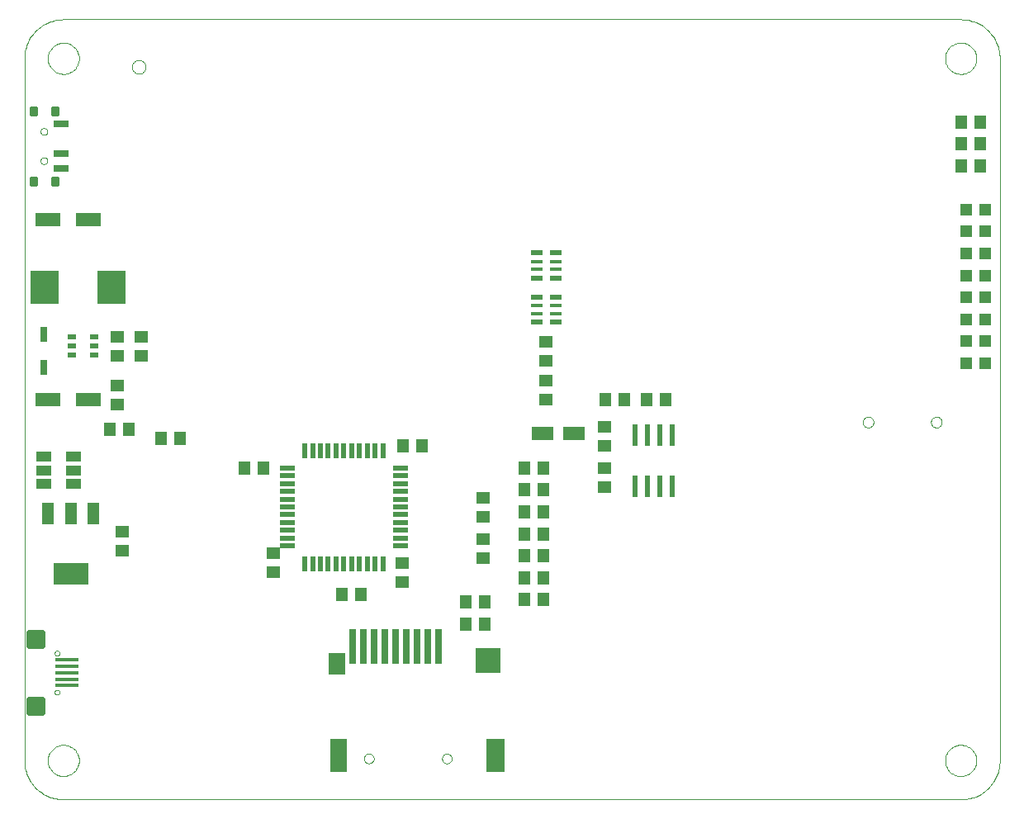
<source format=gtp>
G75*
G70*
%OFA0B0*%
%FSLAX24Y24*%
%IPPOS*%
%LPD*%
%AMOC8*
5,1,8,0,0,1.08239X$1,22.5*
%
%ADD10C,0.0000*%
%ADD11R,0.0276X0.1417*%
%ADD12R,0.0984X0.0984*%
%ADD13R,0.0709X0.0886*%
%ADD14R,0.0709X0.1378*%
%ADD15R,0.0748X0.1378*%
%ADD16R,0.0315X0.0630*%
%ADD17R,0.0580X0.0500*%
%ADD18R,0.0591X0.0276*%
%ADD19C,0.0157*%
%ADD20R,0.1181X0.1378*%
%ADD21R,0.0354X0.0236*%
%ADD22R,0.1024X0.0551*%
%ADD23R,0.0925X0.0157*%
%ADD24C,0.0187*%
%ADD25R,0.0197X0.0591*%
%ADD26R,0.0591X0.0197*%
%ADD27R,0.0500X0.0580*%
%ADD28R,0.0500X0.0500*%
%ADD29R,0.0453X0.0173*%
%ADD30R,0.0453X0.0248*%
%ADD31R,0.0236X0.0866*%
%ADD32R,0.0866X0.0551*%
%ADD33R,0.0480X0.0880*%
%ADD34R,0.1417X0.0866*%
%ADD35R,0.0591X0.0394*%
D10*
X002587Y001755D02*
X002587Y030101D01*
X003531Y030101D02*
X003533Y030151D01*
X003539Y030201D01*
X003549Y030250D01*
X003563Y030298D01*
X003580Y030345D01*
X003601Y030390D01*
X003626Y030434D01*
X003654Y030475D01*
X003686Y030514D01*
X003720Y030551D01*
X003757Y030585D01*
X003797Y030615D01*
X003839Y030642D01*
X003883Y030666D01*
X003929Y030687D01*
X003976Y030703D01*
X004024Y030716D01*
X004074Y030725D01*
X004123Y030730D01*
X004174Y030731D01*
X004224Y030728D01*
X004273Y030721D01*
X004322Y030710D01*
X004370Y030695D01*
X004416Y030677D01*
X004461Y030655D01*
X004504Y030629D01*
X004545Y030600D01*
X004584Y030568D01*
X004620Y030533D01*
X004652Y030495D01*
X004682Y030455D01*
X004709Y030412D01*
X004732Y030368D01*
X004751Y030322D01*
X004767Y030274D01*
X004779Y030225D01*
X004787Y030176D01*
X004791Y030126D01*
X004791Y030076D01*
X004787Y030026D01*
X004779Y029977D01*
X004767Y029928D01*
X004751Y029880D01*
X004732Y029834D01*
X004709Y029790D01*
X004682Y029747D01*
X004652Y029707D01*
X004620Y029669D01*
X004584Y029634D01*
X004545Y029602D01*
X004504Y029573D01*
X004461Y029547D01*
X004416Y029525D01*
X004370Y029507D01*
X004322Y029492D01*
X004273Y029481D01*
X004224Y029474D01*
X004174Y029471D01*
X004123Y029472D01*
X004074Y029477D01*
X004024Y029486D01*
X003976Y029499D01*
X003929Y029515D01*
X003883Y029536D01*
X003839Y029560D01*
X003797Y029587D01*
X003757Y029617D01*
X003720Y029651D01*
X003686Y029688D01*
X003654Y029727D01*
X003626Y029768D01*
X003601Y029812D01*
X003580Y029857D01*
X003563Y029904D01*
X003549Y029952D01*
X003539Y030001D01*
X003533Y030051D01*
X003531Y030101D01*
X002586Y030101D02*
X002588Y030178D01*
X002594Y030255D01*
X002603Y030332D01*
X002616Y030408D01*
X002633Y030484D01*
X002654Y030558D01*
X002678Y030632D01*
X002706Y030704D01*
X002737Y030774D01*
X002772Y030843D01*
X002810Y030911D01*
X002851Y030976D01*
X002896Y031039D01*
X002944Y031100D01*
X002994Y031159D01*
X003047Y031215D01*
X003103Y031268D01*
X003162Y031318D01*
X003223Y031366D01*
X003286Y031411D01*
X003351Y031452D01*
X003419Y031490D01*
X003488Y031525D01*
X003558Y031556D01*
X003630Y031584D01*
X003704Y031608D01*
X003778Y031629D01*
X003854Y031646D01*
X003930Y031659D01*
X004007Y031668D01*
X004084Y031674D01*
X004161Y031676D01*
X040382Y031676D01*
X039752Y030101D02*
X039754Y030151D01*
X039760Y030201D01*
X039770Y030250D01*
X039784Y030298D01*
X039801Y030345D01*
X039822Y030390D01*
X039847Y030434D01*
X039875Y030475D01*
X039907Y030514D01*
X039941Y030551D01*
X039978Y030585D01*
X040018Y030615D01*
X040060Y030642D01*
X040104Y030666D01*
X040150Y030687D01*
X040197Y030703D01*
X040245Y030716D01*
X040295Y030725D01*
X040344Y030730D01*
X040395Y030731D01*
X040445Y030728D01*
X040494Y030721D01*
X040543Y030710D01*
X040591Y030695D01*
X040637Y030677D01*
X040682Y030655D01*
X040725Y030629D01*
X040766Y030600D01*
X040805Y030568D01*
X040841Y030533D01*
X040873Y030495D01*
X040903Y030455D01*
X040930Y030412D01*
X040953Y030368D01*
X040972Y030322D01*
X040988Y030274D01*
X041000Y030225D01*
X041008Y030176D01*
X041012Y030126D01*
X041012Y030076D01*
X041008Y030026D01*
X041000Y029977D01*
X040988Y029928D01*
X040972Y029880D01*
X040953Y029834D01*
X040930Y029790D01*
X040903Y029747D01*
X040873Y029707D01*
X040841Y029669D01*
X040805Y029634D01*
X040766Y029602D01*
X040725Y029573D01*
X040682Y029547D01*
X040637Y029525D01*
X040591Y029507D01*
X040543Y029492D01*
X040494Y029481D01*
X040445Y029474D01*
X040395Y029471D01*
X040344Y029472D01*
X040295Y029477D01*
X040245Y029486D01*
X040197Y029499D01*
X040150Y029515D01*
X040104Y029536D01*
X040060Y029560D01*
X040018Y029587D01*
X039978Y029617D01*
X039941Y029651D01*
X039907Y029688D01*
X039875Y029727D01*
X039847Y029768D01*
X039822Y029812D01*
X039801Y029857D01*
X039784Y029904D01*
X039770Y029952D01*
X039760Y030001D01*
X039754Y030051D01*
X039752Y030101D01*
X040382Y031676D02*
X040459Y031674D01*
X040536Y031668D01*
X040613Y031659D01*
X040689Y031646D01*
X040765Y031629D01*
X040839Y031608D01*
X040913Y031584D01*
X040985Y031556D01*
X041055Y031525D01*
X041124Y031490D01*
X041192Y031452D01*
X041257Y031411D01*
X041320Y031366D01*
X041381Y031318D01*
X041440Y031268D01*
X041496Y031215D01*
X041549Y031159D01*
X041599Y031100D01*
X041647Y031039D01*
X041692Y030976D01*
X041733Y030911D01*
X041771Y030843D01*
X041806Y030774D01*
X041837Y030704D01*
X041865Y030632D01*
X041889Y030558D01*
X041910Y030484D01*
X041927Y030408D01*
X041940Y030332D01*
X041949Y030255D01*
X041955Y030178D01*
X041957Y030101D01*
X041957Y001755D01*
X039752Y001755D02*
X039754Y001805D01*
X039760Y001855D01*
X039770Y001904D01*
X039784Y001952D01*
X039801Y001999D01*
X039822Y002044D01*
X039847Y002088D01*
X039875Y002129D01*
X039907Y002168D01*
X039941Y002205D01*
X039978Y002239D01*
X040018Y002269D01*
X040060Y002296D01*
X040104Y002320D01*
X040150Y002341D01*
X040197Y002357D01*
X040245Y002370D01*
X040295Y002379D01*
X040344Y002384D01*
X040395Y002385D01*
X040445Y002382D01*
X040494Y002375D01*
X040543Y002364D01*
X040591Y002349D01*
X040637Y002331D01*
X040682Y002309D01*
X040725Y002283D01*
X040766Y002254D01*
X040805Y002222D01*
X040841Y002187D01*
X040873Y002149D01*
X040903Y002109D01*
X040930Y002066D01*
X040953Y002022D01*
X040972Y001976D01*
X040988Y001928D01*
X041000Y001879D01*
X041008Y001830D01*
X041012Y001780D01*
X041012Y001730D01*
X041008Y001680D01*
X041000Y001631D01*
X040988Y001582D01*
X040972Y001534D01*
X040953Y001488D01*
X040930Y001444D01*
X040903Y001401D01*
X040873Y001361D01*
X040841Y001323D01*
X040805Y001288D01*
X040766Y001256D01*
X040725Y001227D01*
X040682Y001201D01*
X040637Y001179D01*
X040591Y001161D01*
X040543Y001146D01*
X040494Y001135D01*
X040445Y001128D01*
X040395Y001125D01*
X040344Y001126D01*
X040295Y001131D01*
X040245Y001140D01*
X040197Y001153D01*
X040150Y001169D01*
X040104Y001190D01*
X040060Y001214D01*
X040018Y001241D01*
X039978Y001271D01*
X039941Y001305D01*
X039907Y001342D01*
X039875Y001381D01*
X039847Y001422D01*
X039822Y001466D01*
X039801Y001511D01*
X039784Y001558D01*
X039770Y001606D01*
X039760Y001655D01*
X039754Y001705D01*
X039752Y001755D01*
X040382Y000180D02*
X040459Y000182D01*
X040536Y000188D01*
X040613Y000197D01*
X040689Y000210D01*
X040765Y000227D01*
X040839Y000248D01*
X040913Y000272D01*
X040985Y000300D01*
X041055Y000331D01*
X041124Y000366D01*
X041192Y000404D01*
X041257Y000445D01*
X041320Y000490D01*
X041381Y000538D01*
X041440Y000588D01*
X041496Y000641D01*
X041549Y000697D01*
X041599Y000756D01*
X041647Y000817D01*
X041692Y000880D01*
X041733Y000945D01*
X041771Y001013D01*
X041806Y001082D01*
X041837Y001152D01*
X041865Y001224D01*
X041889Y001298D01*
X041910Y001372D01*
X041927Y001448D01*
X041940Y001524D01*
X041949Y001601D01*
X041955Y001678D01*
X041957Y001755D01*
X040382Y000180D02*
X004161Y000180D01*
X003531Y001755D02*
X003533Y001805D01*
X003539Y001855D01*
X003549Y001904D01*
X003563Y001952D01*
X003580Y001999D01*
X003601Y002044D01*
X003626Y002088D01*
X003654Y002129D01*
X003686Y002168D01*
X003720Y002205D01*
X003757Y002239D01*
X003797Y002269D01*
X003839Y002296D01*
X003883Y002320D01*
X003929Y002341D01*
X003976Y002357D01*
X004024Y002370D01*
X004074Y002379D01*
X004123Y002384D01*
X004174Y002385D01*
X004224Y002382D01*
X004273Y002375D01*
X004322Y002364D01*
X004370Y002349D01*
X004416Y002331D01*
X004461Y002309D01*
X004504Y002283D01*
X004545Y002254D01*
X004584Y002222D01*
X004620Y002187D01*
X004652Y002149D01*
X004682Y002109D01*
X004709Y002066D01*
X004732Y002022D01*
X004751Y001976D01*
X004767Y001928D01*
X004779Y001879D01*
X004787Y001830D01*
X004791Y001780D01*
X004791Y001730D01*
X004787Y001680D01*
X004779Y001631D01*
X004767Y001582D01*
X004751Y001534D01*
X004732Y001488D01*
X004709Y001444D01*
X004682Y001401D01*
X004652Y001361D01*
X004620Y001323D01*
X004584Y001288D01*
X004545Y001256D01*
X004504Y001227D01*
X004461Y001201D01*
X004416Y001179D01*
X004370Y001161D01*
X004322Y001146D01*
X004273Y001135D01*
X004224Y001128D01*
X004174Y001125D01*
X004123Y001126D01*
X004074Y001131D01*
X004024Y001140D01*
X003976Y001153D01*
X003929Y001169D01*
X003883Y001190D01*
X003839Y001214D01*
X003797Y001241D01*
X003757Y001271D01*
X003720Y001305D01*
X003686Y001342D01*
X003654Y001381D01*
X003626Y001422D01*
X003601Y001466D01*
X003580Y001511D01*
X003563Y001558D01*
X003549Y001606D01*
X003539Y001655D01*
X003533Y001705D01*
X003531Y001755D01*
X002586Y001755D02*
X002588Y001678D01*
X002594Y001601D01*
X002603Y001524D01*
X002616Y001448D01*
X002633Y001372D01*
X002654Y001298D01*
X002678Y001224D01*
X002706Y001152D01*
X002737Y001082D01*
X002772Y001013D01*
X002810Y000945D01*
X002851Y000880D01*
X002896Y000817D01*
X002944Y000756D01*
X002994Y000697D01*
X003047Y000641D01*
X003103Y000588D01*
X003162Y000538D01*
X003223Y000490D01*
X003286Y000445D01*
X003351Y000404D01*
X003419Y000366D01*
X003488Y000331D01*
X003558Y000300D01*
X003630Y000272D01*
X003704Y000248D01*
X003778Y000227D01*
X003854Y000210D01*
X003930Y000197D01*
X004007Y000188D01*
X004084Y000182D01*
X004161Y000180D01*
X003807Y004511D02*
X003809Y004530D01*
X003814Y004549D01*
X003824Y004565D01*
X003836Y004580D01*
X003851Y004592D01*
X003867Y004602D01*
X003886Y004607D01*
X003905Y004609D01*
X003924Y004607D01*
X003943Y004602D01*
X003959Y004592D01*
X003974Y004580D01*
X003986Y004565D01*
X003996Y004549D01*
X004001Y004530D01*
X004003Y004511D01*
X004001Y004492D01*
X003996Y004473D01*
X003986Y004457D01*
X003974Y004442D01*
X003959Y004430D01*
X003943Y004420D01*
X003924Y004415D01*
X003905Y004413D01*
X003886Y004415D01*
X003867Y004420D01*
X003851Y004430D01*
X003836Y004442D01*
X003824Y004457D01*
X003814Y004473D01*
X003809Y004492D01*
X003807Y004511D01*
X003807Y006086D02*
X003809Y006105D01*
X003814Y006124D01*
X003824Y006140D01*
X003836Y006155D01*
X003851Y006167D01*
X003867Y006177D01*
X003886Y006182D01*
X003905Y006184D01*
X003924Y006182D01*
X003943Y006177D01*
X003959Y006167D01*
X003974Y006155D01*
X003986Y006140D01*
X003996Y006124D01*
X004001Y006105D01*
X004003Y006086D01*
X004001Y006067D01*
X003996Y006048D01*
X003986Y006032D01*
X003974Y006017D01*
X003959Y006005D01*
X003943Y005995D01*
X003924Y005990D01*
X003905Y005988D01*
X003886Y005990D01*
X003867Y005995D01*
X003851Y006005D01*
X003836Y006017D01*
X003824Y006032D01*
X003814Y006048D01*
X003809Y006067D01*
X003807Y006086D01*
X016295Y001834D02*
X016297Y001861D01*
X016303Y001888D01*
X016312Y001914D01*
X016325Y001938D01*
X016341Y001961D01*
X016360Y001980D01*
X016382Y001997D01*
X016406Y002011D01*
X016431Y002021D01*
X016458Y002028D01*
X016485Y002031D01*
X016513Y002030D01*
X016540Y002025D01*
X016566Y002017D01*
X016590Y002005D01*
X016613Y001989D01*
X016634Y001971D01*
X016651Y001950D01*
X016666Y001926D01*
X016677Y001901D01*
X016685Y001875D01*
X016689Y001848D01*
X016689Y001820D01*
X016685Y001793D01*
X016677Y001767D01*
X016666Y001742D01*
X016651Y001718D01*
X016634Y001697D01*
X016613Y001679D01*
X016591Y001663D01*
X016566Y001651D01*
X016540Y001643D01*
X016513Y001638D01*
X016485Y001637D01*
X016458Y001640D01*
X016431Y001647D01*
X016406Y001657D01*
X016382Y001671D01*
X016360Y001688D01*
X016341Y001707D01*
X016325Y001730D01*
X016312Y001754D01*
X016303Y001780D01*
X016297Y001807D01*
X016295Y001834D01*
X019445Y001834D02*
X019447Y001861D01*
X019453Y001888D01*
X019462Y001914D01*
X019475Y001938D01*
X019491Y001961D01*
X019510Y001980D01*
X019532Y001997D01*
X019556Y002011D01*
X019581Y002021D01*
X019608Y002028D01*
X019635Y002031D01*
X019663Y002030D01*
X019690Y002025D01*
X019716Y002017D01*
X019740Y002005D01*
X019763Y001989D01*
X019784Y001971D01*
X019801Y001950D01*
X019816Y001926D01*
X019827Y001901D01*
X019835Y001875D01*
X019839Y001848D01*
X019839Y001820D01*
X019835Y001793D01*
X019827Y001767D01*
X019816Y001742D01*
X019801Y001718D01*
X019784Y001697D01*
X019763Y001679D01*
X019741Y001663D01*
X019716Y001651D01*
X019690Y001643D01*
X019663Y001638D01*
X019635Y001637D01*
X019608Y001640D01*
X019581Y001647D01*
X019556Y001657D01*
X019532Y001671D01*
X019510Y001688D01*
X019491Y001707D01*
X019475Y001730D01*
X019462Y001754D01*
X019453Y001780D01*
X019447Y001807D01*
X019445Y001834D01*
X036425Y015416D02*
X036427Y015445D01*
X036433Y015473D01*
X036442Y015501D01*
X036455Y015527D01*
X036472Y015550D01*
X036491Y015572D01*
X036513Y015591D01*
X036538Y015606D01*
X036564Y015619D01*
X036592Y015627D01*
X036620Y015632D01*
X036649Y015633D01*
X036678Y015630D01*
X036706Y015623D01*
X036733Y015613D01*
X036759Y015599D01*
X036782Y015582D01*
X036803Y015562D01*
X036821Y015539D01*
X036836Y015514D01*
X036847Y015487D01*
X036855Y015459D01*
X036859Y015430D01*
X036859Y015402D01*
X036855Y015373D01*
X036847Y015345D01*
X036836Y015318D01*
X036821Y015293D01*
X036803Y015270D01*
X036782Y015250D01*
X036759Y015233D01*
X036733Y015219D01*
X036706Y015209D01*
X036678Y015202D01*
X036649Y015199D01*
X036620Y015200D01*
X036592Y015205D01*
X036564Y015213D01*
X036538Y015226D01*
X036513Y015241D01*
X036491Y015260D01*
X036472Y015282D01*
X036455Y015305D01*
X036442Y015331D01*
X036433Y015359D01*
X036427Y015387D01*
X036425Y015416D01*
X039181Y015416D02*
X039183Y015445D01*
X039189Y015473D01*
X039198Y015501D01*
X039211Y015527D01*
X039228Y015550D01*
X039247Y015572D01*
X039269Y015591D01*
X039294Y015606D01*
X039320Y015619D01*
X039348Y015627D01*
X039376Y015632D01*
X039405Y015633D01*
X039434Y015630D01*
X039462Y015623D01*
X039489Y015613D01*
X039515Y015599D01*
X039538Y015582D01*
X039559Y015562D01*
X039577Y015539D01*
X039592Y015514D01*
X039603Y015487D01*
X039611Y015459D01*
X039615Y015430D01*
X039615Y015402D01*
X039611Y015373D01*
X039603Y015345D01*
X039592Y015318D01*
X039577Y015293D01*
X039559Y015270D01*
X039538Y015250D01*
X039515Y015233D01*
X039489Y015219D01*
X039462Y015209D01*
X039434Y015202D01*
X039405Y015199D01*
X039376Y015200D01*
X039348Y015205D01*
X039320Y015213D01*
X039294Y015226D01*
X039269Y015241D01*
X039247Y015260D01*
X039228Y015282D01*
X039211Y015305D01*
X039198Y015331D01*
X039189Y015359D01*
X039183Y015387D01*
X039181Y015416D01*
X006929Y029758D02*
X006931Y029791D01*
X006937Y029823D01*
X006946Y029854D01*
X006959Y029884D01*
X006976Y029912D01*
X006996Y029938D01*
X007019Y029962D01*
X007044Y029982D01*
X007072Y030000D01*
X007101Y030014D01*
X007132Y030024D01*
X007164Y030031D01*
X007197Y030034D01*
X007230Y030033D01*
X007262Y030028D01*
X007293Y030019D01*
X007324Y030007D01*
X007352Y029991D01*
X007379Y029972D01*
X007403Y029950D01*
X007424Y029925D01*
X007443Y029898D01*
X007458Y029869D01*
X007469Y029839D01*
X007477Y029807D01*
X007481Y029774D01*
X007481Y029742D01*
X007477Y029709D01*
X007469Y029677D01*
X007458Y029647D01*
X007443Y029618D01*
X007424Y029591D01*
X007403Y029566D01*
X007379Y029544D01*
X007352Y029525D01*
X007324Y029509D01*
X007293Y029497D01*
X007262Y029488D01*
X007230Y029483D01*
X007197Y029482D01*
X007164Y029485D01*
X007132Y029492D01*
X007101Y029502D01*
X007072Y029516D01*
X007044Y029534D01*
X007019Y029554D01*
X006996Y029578D01*
X006976Y029604D01*
X006959Y029632D01*
X006946Y029662D01*
X006937Y029693D01*
X006931Y029725D01*
X006929Y029758D01*
X003236Y027149D02*
X003238Y027172D01*
X003244Y027195D01*
X003254Y027216D01*
X003267Y027236D01*
X003283Y027253D01*
X003302Y027267D01*
X003323Y027277D01*
X003345Y027284D01*
X003368Y027287D01*
X003392Y027286D01*
X003414Y027281D01*
X003436Y027272D01*
X003456Y027260D01*
X003474Y027244D01*
X003488Y027226D01*
X003500Y027206D01*
X003508Y027184D01*
X003512Y027161D01*
X003512Y027137D01*
X003508Y027114D01*
X003500Y027092D01*
X003488Y027072D01*
X003474Y027054D01*
X003456Y027038D01*
X003436Y027026D01*
X003414Y027017D01*
X003392Y027012D01*
X003368Y027011D01*
X003345Y027014D01*
X003323Y027021D01*
X003302Y027031D01*
X003283Y027045D01*
X003267Y027062D01*
X003254Y027082D01*
X003244Y027103D01*
X003238Y027126D01*
X003236Y027149D01*
X003236Y025967D02*
X003238Y025990D01*
X003244Y026013D01*
X003254Y026034D01*
X003267Y026054D01*
X003283Y026071D01*
X003302Y026085D01*
X003323Y026095D01*
X003345Y026102D01*
X003368Y026105D01*
X003392Y026104D01*
X003414Y026099D01*
X003436Y026090D01*
X003456Y026078D01*
X003474Y026062D01*
X003488Y026044D01*
X003500Y026024D01*
X003508Y026002D01*
X003512Y025979D01*
X003512Y025955D01*
X003508Y025932D01*
X003500Y025910D01*
X003488Y025890D01*
X003474Y025872D01*
X003456Y025856D01*
X003436Y025844D01*
X003414Y025835D01*
X003392Y025830D01*
X003368Y025829D01*
X003345Y025832D01*
X003323Y025839D01*
X003302Y025849D01*
X003283Y025863D01*
X003267Y025880D01*
X003254Y025900D01*
X003244Y025921D01*
X003238Y025944D01*
X003236Y025967D01*
D11*
X015842Y006361D03*
X016276Y006361D03*
X016709Y006361D03*
X017142Y006361D03*
X017575Y006361D03*
X018008Y006361D03*
X018441Y006361D03*
X018874Y006361D03*
X019307Y006361D03*
D12*
X021295Y005790D03*
D13*
X015213Y005643D03*
D14*
X015252Y001952D03*
D15*
X021610Y001952D03*
D16*
X003374Y017621D03*
X003374Y018960D03*
D17*
X006327Y018871D03*
X007311Y018871D03*
X007311Y018103D03*
X006327Y018103D03*
X006327Y016903D03*
X006327Y016135D03*
X006524Y010997D03*
X006524Y010229D03*
X012626Y010111D03*
X012626Y009343D03*
X017842Y009718D03*
X017842Y008950D03*
X021091Y009934D03*
X021091Y010702D03*
X021091Y011607D03*
X021091Y012375D03*
X026012Y012788D03*
X026012Y013556D03*
X026012Y014461D03*
X026012Y015229D03*
X023650Y016331D03*
X023650Y017099D03*
X023650Y017906D03*
X023650Y018674D03*
D18*
X004063Y025672D03*
X004063Y026263D03*
X004063Y027444D03*
D19*
X003728Y027856D02*
X003728Y028094D01*
X003886Y028094D01*
X003886Y027856D01*
X003728Y027856D01*
X003728Y028012D02*
X003886Y028012D01*
X002862Y028094D02*
X002862Y027856D01*
X002862Y028094D02*
X003020Y028094D01*
X003020Y027856D01*
X002862Y027856D01*
X002862Y028012D02*
X003020Y028012D01*
X002862Y025260D02*
X002862Y025022D01*
X002862Y025260D02*
X003020Y025260D01*
X003020Y025022D01*
X002862Y025022D01*
X002862Y025178D02*
X003020Y025178D01*
X003728Y025260D02*
X003728Y025022D01*
X003728Y025260D02*
X003886Y025260D01*
X003886Y025022D01*
X003728Y025022D01*
X003728Y025178D02*
X003886Y025178D01*
D20*
X003413Y020849D03*
X006091Y020849D03*
D21*
X005402Y018861D03*
X005402Y018487D03*
X005402Y018113D03*
X004496Y018113D03*
X004496Y018487D03*
X004496Y018861D03*
D22*
X005165Y016322D03*
X003551Y016322D03*
X003551Y023605D03*
X005165Y023605D03*
D23*
X004299Y005810D03*
X004299Y005554D03*
X004299Y005298D03*
X004299Y005042D03*
X004299Y004786D03*
D24*
X002778Y004221D02*
X002778Y003659D01*
X002778Y004221D02*
X003340Y004221D01*
X003340Y003659D01*
X002778Y003659D01*
X002778Y003845D02*
X003340Y003845D01*
X003340Y004031D02*
X002778Y004031D01*
X002778Y004217D02*
X003340Y004217D01*
X002778Y006375D02*
X002778Y006937D01*
X003340Y006937D01*
X003340Y006375D01*
X002778Y006375D01*
X002778Y006561D02*
X003340Y006561D01*
X003340Y006747D02*
X002778Y006747D01*
X002778Y006933D02*
X003340Y006933D01*
D25*
X013905Y009708D03*
X014220Y009708D03*
X014535Y009708D03*
X014850Y009708D03*
X015165Y009708D03*
X015480Y009708D03*
X015795Y009708D03*
X016110Y009708D03*
X016425Y009708D03*
X016740Y009708D03*
X017055Y009708D03*
X017055Y014274D03*
X016740Y014274D03*
X016425Y014274D03*
X016110Y014274D03*
X015795Y014274D03*
X015480Y014274D03*
X015165Y014274D03*
X014850Y014274D03*
X014535Y014274D03*
X014220Y014274D03*
X013905Y014274D03*
D26*
X013197Y013566D03*
X013197Y013251D03*
X013197Y012936D03*
X013197Y012621D03*
X013197Y012306D03*
X013197Y011991D03*
X013197Y011676D03*
X013197Y011361D03*
X013197Y011046D03*
X013197Y010731D03*
X013197Y010416D03*
X017764Y010416D03*
X017764Y010731D03*
X017764Y011046D03*
X017764Y011361D03*
X017764Y011676D03*
X017764Y011991D03*
X017764Y012306D03*
X017764Y012621D03*
X017764Y012936D03*
X017764Y013251D03*
X017764Y013566D03*
D27*
X017852Y014452D03*
X018620Y014452D03*
X022773Y013566D03*
X023541Y013566D03*
X023541Y012680D03*
X022773Y012680D03*
X022773Y011794D03*
X023541Y011794D03*
X023541Y010908D03*
X022773Y010908D03*
X022773Y010023D03*
X023541Y010023D03*
X023541Y009137D03*
X022773Y009137D03*
X022773Y008251D03*
X023541Y008251D03*
X021179Y008152D03*
X020411Y008152D03*
X020411Y007267D03*
X021179Y007267D03*
X016160Y008448D03*
X015392Y008448D03*
X012223Y013566D03*
X011455Y013566D03*
X008876Y014747D03*
X008108Y014747D03*
X006809Y015141D03*
X006041Y015141D03*
X026021Y016322D03*
X026789Y016322D03*
X027695Y016322D03*
X028463Y016322D03*
X040392Y025771D03*
X041160Y025771D03*
X041160Y026656D03*
X040392Y026656D03*
X040392Y027542D03*
X041160Y027542D03*
D28*
X041356Y023999D03*
X040588Y023999D03*
X040588Y023113D03*
X041356Y023113D03*
X041356Y022227D03*
X040588Y022227D03*
X040588Y021341D03*
X041356Y021341D03*
X041356Y020456D03*
X040588Y020456D03*
X040588Y019570D03*
X041356Y019570D03*
X041356Y018684D03*
X040588Y018684D03*
X040588Y017798D03*
X041356Y017798D03*
D29*
X024033Y019806D03*
X024033Y020121D03*
X023266Y020121D03*
X023266Y019806D03*
X023266Y021578D03*
X023266Y021893D03*
X024033Y021893D03*
X024033Y021578D03*
D30*
X024033Y021225D03*
X024033Y020473D03*
X023266Y020473D03*
X023266Y021225D03*
X023266Y022245D03*
X024033Y022245D03*
X024033Y019454D03*
X023266Y019454D03*
D31*
X027230Y014885D03*
X027730Y014885D03*
X028230Y014885D03*
X028730Y014885D03*
X028730Y012837D03*
X028230Y012837D03*
X027730Y012837D03*
X027230Y012837D03*
D32*
X024772Y014944D03*
X023512Y014944D03*
D33*
X005367Y011735D03*
X004457Y011735D03*
X003547Y011735D03*
D34*
X004457Y009295D03*
D35*
X004555Y012916D03*
X004555Y013467D03*
X004555Y014019D03*
X003374Y014019D03*
X003374Y013467D03*
X003374Y012916D03*
M02*

</source>
